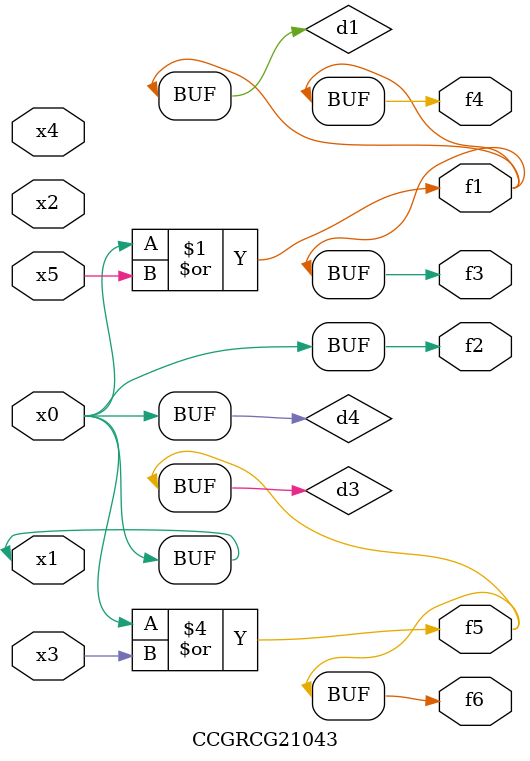
<source format=v>
module CCGRCG21043(
	input x0, x1, x2, x3, x4, x5,
	output f1, f2, f3, f4, f5, f6
);

	wire d1, d2, d3, d4;

	or (d1, x0, x5);
	xnor (d2, x1, x4);
	or (d3, x0, x3);
	buf (d4, x0, x1);
	assign f1 = d1;
	assign f2 = d4;
	assign f3 = d1;
	assign f4 = d1;
	assign f5 = d3;
	assign f6 = d3;
endmodule

</source>
